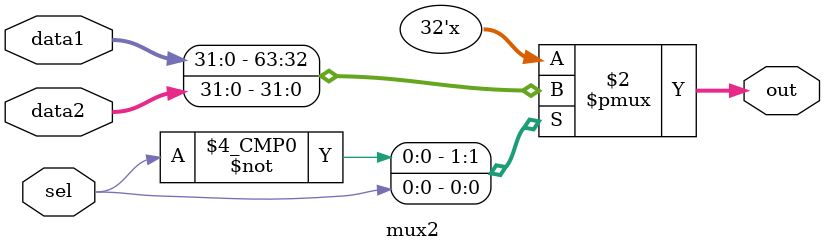
<source format=v>
module mux2(data1,data2,sel,out);
input [31:0] data1,data2;
input sel;
output reg [31:0] out;
always @ (*) begin
    case(sel)
        0 : out = data1;
        1 : out = data2;
    endcase
    $display("mux2\nd1, d2 = %d, %d\nout = %d", data1, data2, out);
end
endmodule

</source>
